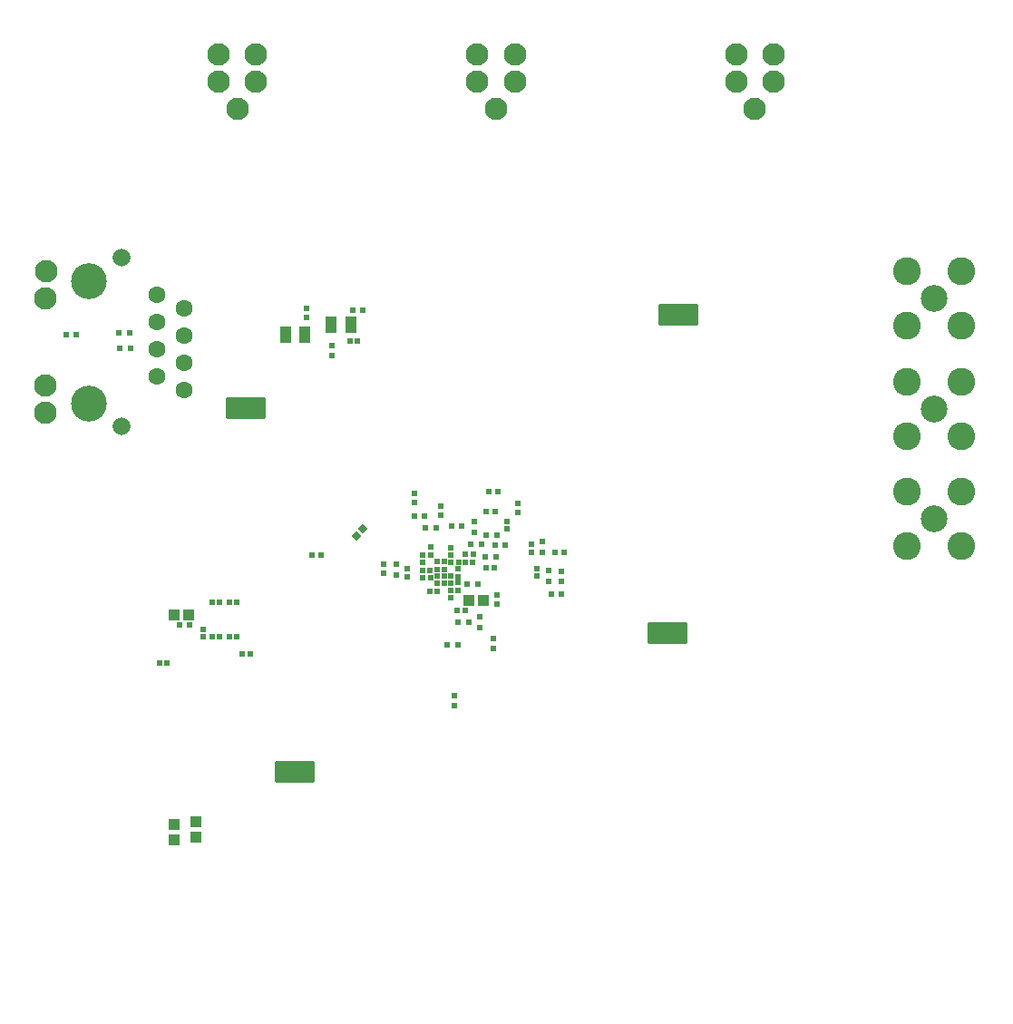
<source format=gbs>
G04*
G04 #@! TF.GenerationSoftware,Altium Limited,Altium Designer,23.0.1 (38)*
G04*
G04 Layer_Color=16711935*
%FSLAX43Y43*%
%MOMM*%
G71*
G04*
G04 #@! TF.SameCoordinates,885BD8DA-5ED2-4A8F-B332-7039D6E90BC2*
G04*
G04*
G04 #@! TF.FilePolarity,Negative*
G04*
G01*
G75*
%ADD61R,0.600X0.600*%
%ADD63R,0.600X0.600*%
%ADD66R,0.600X0.520*%
%ADD70R,0.520X0.600*%
%ADD81P,0.849X4X90.0*%
%ADD85R,1.000X1.000*%
%ADD87R,1.000X1.000*%
G04:AMPARAMS|DCode=96|XSize=3.7mm|YSize=2.1mm|CornerRadius=0.15mm|HoleSize=0mm|Usage=FLASHONLY|Rotation=0.000|XOffset=0mm|YOffset=0mm|HoleType=Round|Shape=RoundedRectangle|*
%AMROUNDEDRECTD96*
21,1,3.700,1.800,0,0,0.0*
21,1,3.400,2.100,0,0,0.0*
1,1,0.300,1.700,-0.900*
1,1,0.300,-1.700,-0.900*
1,1,0.300,-1.700,0.900*
1,1,0.300,1.700,0.900*
%
%ADD96ROUNDEDRECTD96*%
%ADD107C,0.100*%
%ADD108C,2.100*%
%ADD109C,3.350*%
%ADD110C,1.670*%
%ADD111C,1.600*%
%ADD112C,2.500*%
%ADD113C,2.600*%
%ADD165R,1.050X1.500*%
D61*
X46953Y49603D02*
D03*
Y48603D02*
D03*
X39726Y45576D02*
D03*
Y44576D02*
D03*
X38480Y45630D02*
D03*
Y44730D02*
D03*
X49116Y41856D02*
D03*
Y42756D02*
D03*
X47463Y40663D02*
D03*
Y39663D02*
D03*
X45144Y33288D02*
D03*
Y32388D02*
D03*
X48717Y37736D02*
D03*
Y38636D02*
D03*
X53290Y47710D02*
D03*
Y46710D02*
D03*
X55137Y44013D02*
D03*
Y44913D02*
D03*
X53889Y44004D02*
D03*
Y45004D02*
D03*
X51050Y51288D02*
D03*
Y50388D02*
D03*
X43812Y51049D02*
D03*
Y50149D02*
D03*
X41373Y52218D02*
D03*
Y51318D02*
D03*
X33702Y65080D02*
D03*
Y65980D02*
D03*
X31315Y69491D02*
D03*
Y68591D02*
D03*
D63*
X48068Y48287D02*
D03*
X49068D02*
D03*
X46681Y47438D02*
D03*
X47681D02*
D03*
X44828Y49134D02*
D03*
X45828D02*
D03*
X48948Y50470D02*
D03*
X48048D02*
D03*
X49820Y47401D02*
D03*
X48920D02*
D03*
X48025Y46288D02*
D03*
X49025D02*
D03*
X46327Y43731D02*
D03*
X47327D02*
D03*
X46460Y40186D02*
D03*
X45460D02*
D03*
X44436Y38059D02*
D03*
X45436D02*
D03*
X55076Y42795D02*
D03*
X54176D02*
D03*
X55395Y46736D02*
D03*
X54495D02*
D03*
X49205Y52409D02*
D03*
X48305D02*
D03*
X42404Y48963D02*
D03*
X43404D02*
D03*
X42359Y50089D02*
D03*
X41359D02*
D03*
X36550Y69338D02*
D03*
X35650D02*
D03*
X9800Y67038D02*
D03*
X8900D02*
D03*
X14825Y67163D02*
D03*
X13825D02*
D03*
X14875Y65763D02*
D03*
X13875D02*
D03*
X32693Y46438D02*
D03*
X31792D02*
D03*
X20400Y39888D02*
D03*
X19500D02*
D03*
D66*
X46832Y45769D02*
D03*
X46132D02*
D03*
X46161Y46493D02*
D03*
X46861D02*
D03*
X44818Y45772D02*
D03*
X45518D02*
D03*
X42175Y44341D02*
D03*
X42875D02*
D03*
X42867Y45029D02*
D03*
X42167D02*
D03*
X48115Y45267D02*
D03*
X48815D02*
D03*
X43505Y43084D02*
D03*
X42805D02*
D03*
X45394Y41240D02*
D03*
X46094D02*
D03*
X36075Y66459D02*
D03*
X35375D02*
D03*
X24118Y42004D02*
D03*
X24818D02*
D03*
X23219Y42010D02*
D03*
X22519D02*
D03*
X23215Y38795D02*
D03*
X22515D02*
D03*
X24118Y38800D02*
D03*
X24818D02*
D03*
X26025Y37237D02*
D03*
X25325D02*
D03*
X18268Y36400D02*
D03*
X17568D02*
D03*
D70*
X50021Y49565D02*
D03*
Y48865D02*
D03*
X44177Y44504D02*
D03*
Y43804D02*
D03*
X45462Y44449D02*
D03*
Y45149D02*
D03*
X44177Y45826D02*
D03*
Y45126D02*
D03*
X43480D02*
D03*
Y45826D02*
D03*
Y44504D02*
D03*
Y43804D02*
D03*
X42176Y45759D02*
D03*
Y46459D02*
D03*
X42903Y46485D02*
D03*
Y47185D02*
D03*
X44804Y46450D02*
D03*
Y47150D02*
D03*
X44812Y43804D02*
D03*
Y44504D02*
D03*
X45462Y43876D02*
D03*
Y43176D02*
D03*
X44806Y43131D02*
D03*
Y42431D02*
D03*
X40708Y44454D02*
D03*
Y45154D02*
D03*
X52280Y46726D02*
D03*
Y47426D02*
D03*
X52809Y44488D02*
D03*
Y45188D02*
D03*
X21662Y38801D02*
D03*
Y39501D02*
D03*
D81*
X36603Y48866D02*
D03*
X35966Y48229D02*
D03*
D85*
X18925Y19888D02*
D03*
Y21288D02*
D03*
X20985Y20121D02*
D03*
Y21521D02*
D03*
D87*
X47838Y42188D02*
D03*
X46438D02*
D03*
X18925Y40888D02*
D03*
X20325D02*
D03*
D96*
X66050Y68913D02*
D03*
X25675Y60138D02*
D03*
X64975Y39163D02*
D03*
X30250Y26188D02*
D03*
D107*
X80680Y95933D02*
D03*
X65680D02*
D03*
X80680Y91933D02*
D03*
X65680D02*
D03*
X56513Y95933D02*
D03*
X41513D02*
D03*
X56513Y91933D02*
D03*
X41513D02*
D03*
X32345Y95933D02*
D03*
X17345D02*
D03*
X32345Y91933D02*
D03*
X17345D02*
D03*
X5000Y95000D02*
D03*
X95000Y95000D02*
D03*
X54377Y60061D02*
D03*
Y62091D02*
D03*
X52472Y63616D02*
D03*
Y58536D02*
D03*
X46757D02*
D03*
X46757Y63616D02*
D03*
X46757Y61076D02*
D03*
X95000Y5000D02*
D03*
X5000D02*
D03*
X5066Y22165D02*
D03*
Y16385D02*
D03*
D108*
X71410Y93203D02*
D03*
X74950D02*
D03*
Y90663D02*
D03*
X73180Y88123D02*
D03*
X71410Y90663D02*
D03*
X47243Y93203D02*
D03*
X50783D02*
D03*
Y90663D02*
D03*
X49013Y88123D02*
D03*
X47243Y90663D02*
D03*
X23075Y93203D02*
D03*
X26615D02*
D03*
Y90663D02*
D03*
X24845Y88123D02*
D03*
X23075Y90663D02*
D03*
X6977Y72965D02*
D03*
X6967Y70425D02*
D03*
Y59705D02*
D03*
Y62245D02*
D03*
D109*
X11027Y72045D02*
D03*
Y60620D02*
D03*
D110*
X14077Y74210D02*
D03*
Y58460D02*
D03*
D111*
X19917Y61890D02*
D03*
Y64430D02*
D03*
Y66970D02*
D03*
Y69510D02*
D03*
X17377Y63160D02*
D03*
Y65700D02*
D03*
Y68240D02*
D03*
Y70780D02*
D03*
D112*
X89925Y70388D02*
D03*
Y60100D02*
D03*
Y49813D02*
D03*
D113*
X92475Y72938D02*
D03*
X87375D02*
D03*
Y67838D02*
D03*
X92475D02*
D03*
Y62650D02*
D03*
X87375D02*
D03*
Y57550D02*
D03*
X92475D02*
D03*
Y52363D02*
D03*
X87375D02*
D03*
Y47263D02*
D03*
X92475D02*
D03*
D165*
X33634Y67922D02*
D03*
X35484D02*
D03*
X29328Y66993D02*
D03*
X31178D02*
D03*
M02*

</source>
